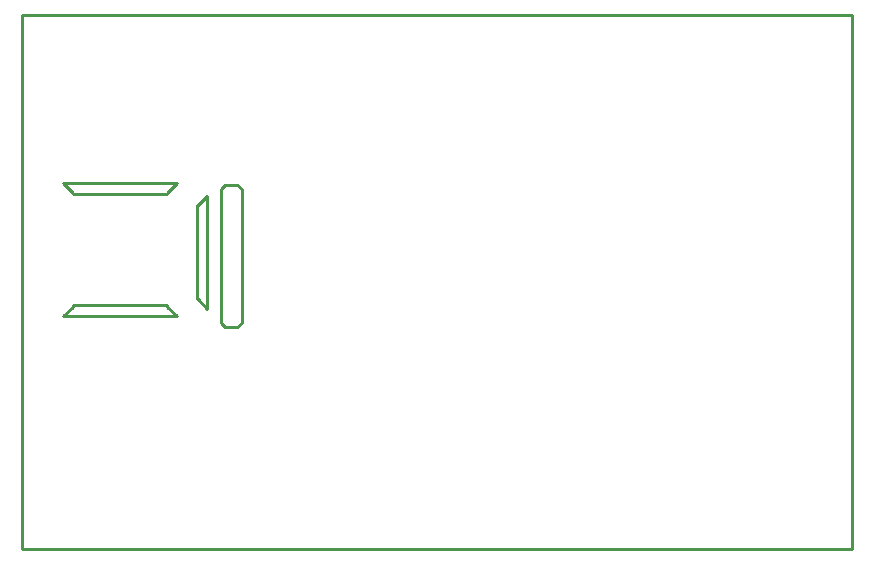
<source format=gko>
G04 Layer: BoardOutline*
G04 EasyEDA v6.4.17, 2021-08-18T09:55:10--4:00*
G04 6e8a5ac20ec34cd9bcedad4da788ba3a,10*
G04 Gerber Generator version 0.2*
G04 Scale: 100 percent, Rotated: No, Reflected: No *
G04 Dimensions in millimeters *
G04 leading zeros omitted , absolute positions ,4 integer and 5 decimal *
%FSLAX45Y45*%
%MOMM*%

%ADD10C,0.2540*%
D10*
X700023Y10199878D02*
G01*
X7700009Y10199878D01*
X7700009Y5676900D01*
X673100Y5676900D01*
X673100Y10199878D01*
X700023Y10199878D01*
X1100002Y8685004D02*
G01*
X1100002Y8695004D01*
X1100002Y8695004D02*
G01*
X1020003Y8775004D01*
X1020003Y8775004D02*
G01*
X1430004Y8775004D01*
X1430004Y8775004D02*
G01*
X1980003Y8775004D01*
X1980003Y8775004D02*
G01*
X1980003Y8775004D01*
X1980003Y8775004D02*
G01*
X1900003Y8695004D01*
X1900003Y8695004D02*
G01*
X1900003Y8685004D01*
X1900003Y8685004D02*
G01*
X1100002Y8685004D01*
X1900001Y7740004D02*
G01*
X1900001Y7730004D01*
X1900001Y7730004D02*
G01*
X1980001Y7650005D01*
X1980001Y7650005D02*
G01*
X1569999Y7650005D01*
X1569999Y7650005D02*
G01*
X1020000Y7650005D01*
X1020000Y7650005D02*
G01*
X1020000Y7650005D01*
X1020000Y7650005D02*
G01*
X1100000Y7730004D01*
X1100000Y7730004D02*
G01*
X1100000Y7740004D01*
X1100000Y7740004D02*
G01*
X1900001Y7740004D01*
X2150000Y8590005D02*
G01*
X2160000Y8590005D01*
X2160000Y8590005D02*
G01*
X2240000Y8670005D01*
X2240000Y8670005D02*
G01*
X2240000Y8260003D01*
X2240000Y8260003D02*
G01*
X2240000Y7710004D01*
X2240000Y7710004D02*
G01*
X2240000Y7710004D01*
X2240000Y7710004D02*
G01*
X2160000Y7790004D01*
X2160000Y7790004D02*
G01*
X2150000Y7790004D01*
X2150000Y7790004D02*
G01*
X2150000Y8590005D01*
X2351105Y8661654D02*
G01*
X2351105Y8725154D01*
X2351105Y8725154D02*
G01*
X2389205Y8763254D01*
X2389205Y8763254D02*
G01*
X2490805Y8763254D01*
X2490805Y8763254D02*
G01*
X2528905Y8725154D01*
X2528905Y8725154D02*
G01*
X2528905Y7594854D01*
X2528905Y7594854D02*
G01*
X2490805Y7556754D01*
X2490805Y7556754D02*
G01*
X2389205Y7556754D01*
X2389205Y7556754D02*
G01*
X2351105Y7594854D01*
X2351105Y7594854D02*
G01*
X2351105Y8661654D01*

%LPD*%
M02*

</source>
